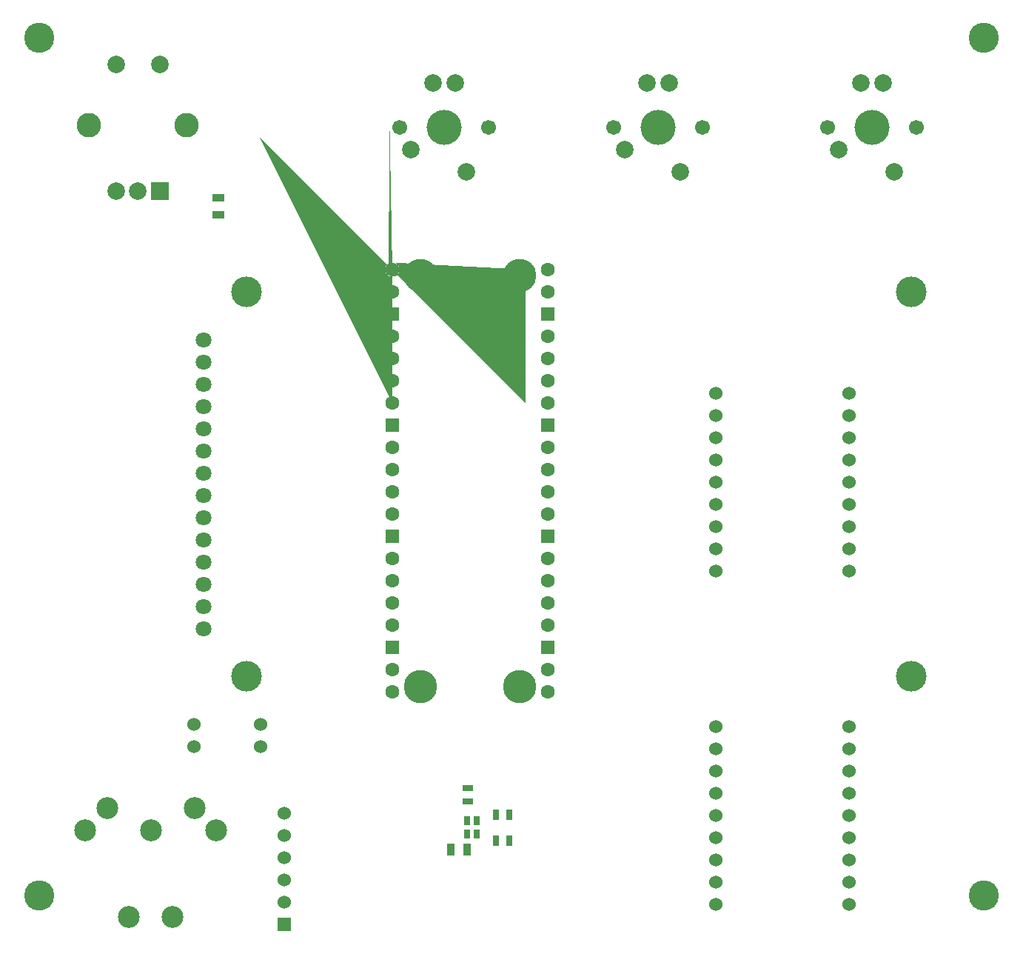
<source format=gbs>
G04 #@! TF.GenerationSoftware,KiCad,Pcbnew,6.0.2+dfsg-1*
G04 #@! TF.CreationDate,2023-02-09T12:02:37+01:00*
G04 #@! TF.ProjectId,proto_cmod,70726f74-6f5f-4636-9d6f-642e6b696361,rev?*
G04 #@! TF.SameCoordinates,Original*
G04 #@! TF.FileFunction,Soldermask,Bot*
G04 #@! TF.FilePolarity,Negative*
%FSLAX46Y46*%
G04 Gerber Fmt 4.6, Leading zero omitted, Abs format (unit mm)*
G04 Created by KiCad (PCBNEW 6.0.2+dfsg-1) date 2023-02-09 12:02:37*
%MOMM*%
%LPD*%
G01*
G04 APERTURE LIST*
G04 Aperture macros list*
%AMRoundRect*
0 Rectangle with rounded corners*
0 $1 Rounding radius*
0 $2 $3 $4 $5 $6 $7 $8 $9 X,Y pos of 4 corners*
0 Add a 4 corners polygon primitive as box body*
4,1,4,$2,$3,$4,$5,$6,$7,$8,$9,$2,$3,0*
0 Add four circle primitives for the rounded corners*
1,1,$1+$1,$2,$3*
1,1,$1+$1,$4,$5*
1,1,$1+$1,$6,$7*
1,1,$1+$1,$8,$9*
0 Add four rect primitives between the rounded corners*
20,1,$1+$1,$2,$3,$4,$5,0*
20,1,$1+$1,$4,$5,$6,$7,0*
20,1,$1+$1,$6,$7,$8,$9,0*
20,1,$1+$1,$8,$9,$2,$3,0*%
%AMFreePoly0*
4,1,57,0.281438,0.792513,0.314631,0.788760,0.324366,0.782642,0.335575,0.780064,0.361670,0.759195,0.389950,0.741421,0.741668,0.389704,0.759398,0.361385,0.780215,0.335261,0.782772,0.324050,0.788875,0.314303,0.792571,0.281098,0.800000,0.248529,0.800000,-0.248878,0.792513,-0.281438,0.788760,-0.314632,0.782641,-0.324367,0.780064,-0.335575,0.759196,-0.361669,0.741421,-0.389950,
0.389704,-0.741668,0.361385,-0.759398,0.335261,-0.780215,0.324050,-0.782772,0.314303,-0.788875,0.281098,-0.792571,0.248529,-0.800000,-0.248878,-0.800000,-0.281438,-0.792513,-0.314632,-0.788760,-0.324367,-0.782641,-0.335575,-0.780064,-0.361669,-0.759196,-0.389950,-0.741421,-0.741668,-0.389704,-0.759398,-0.361385,-0.780215,-0.335261,-0.782772,-0.324050,-0.788875,-0.314303,-0.792571,-0.281098,
-0.800000,-0.248529,-0.800000,0.248878,-0.792513,0.281438,-0.788760,0.314631,-0.782642,0.324366,-0.780064,0.335575,-0.759195,0.361670,-0.741421,0.389950,-0.389704,0.741668,-0.361385,0.759398,-0.335261,0.780215,-0.324050,0.782772,-0.314303,0.788875,-0.281098,0.792571,-0.248529,0.800000,0.248878,0.800000,0.281438,0.792513,0.281438,0.792513,$1*%
G04 Aperture macros list end*
%ADD10C,3.800000*%
%ADD11C,1.600000*%
%ADD12FreePoly0,0.000000*%
%ADD13RoundRect,0.200000X-0.600000X-0.600000X0.600000X-0.600000X0.600000X0.600000X-0.600000X0.600000X0*%
%ADD14C,3.450000*%
%ADD15C,2.500000*%
%ADD16C,1.524000*%
%ADD17R,1.524000X1.524000*%
%ADD18C,1.701800*%
%ADD19C,4.000000*%
%ADD20C,2.000000*%
%ADD21C,3.500000*%
%ADD22C,1.800000*%
%ADD23R,2.000000X2.000000*%
%ADD24C,2.800000*%
%ADD25R,1.143000X0.635000*%
%ADD26R,0.889000X1.397000*%
%ADD27R,0.635000X1.143000*%
%ADD28R,1.397000X0.889000*%
%ADD29R,0.800000X1.000000*%
G04 APERTURE END LIST*
D10*
G04 #@! TO.C,A101*
X146950000Y-64130000D03*
X135550000Y-111130000D03*
X146950000Y-111130000D03*
X135550000Y-64130000D03*
D11*
X132360000Y-63500000D03*
D12*
X132360000Y-63500000D03*
D11*
X132360000Y-66040000D03*
D13*
X132360000Y-68580000D03*
D11*
X132360000Y-71120000D03*
X132360000Y-73660000D03*
X132360000Y-76200000D03*
X132360000Y-78740000D03*
D13*
X132360000Y-81280000D03*
D11*
X132360000Y-83820000D03*
X132360000Y-86360000D03*
X132360000Y-88900000D03*
X132360000Y-91440000D03*
D13*
X132360000Y-93980000D03*
D11*
X132360000Y-96520000D03*
X132360000Y-99060000D03*
X132360000Y-101600000D03*
X132360000Y-104140000D03*
D13*
X132360000Y-106680000D03*
D11*
X132360000Y-109220000D03*
X132360000Y-111760000D03*
X150140000Y-111760000D03*
X150140000Y-109220000D03*
D13*
X150140000Y-106680000D03*
D11*
X150140000Y-104140000D03*
X150140000Y-101600000D03*
X150140000Y-99060000D03*
X150140000Y-96520000D03*
D13*
X150140000Y-93980000D03*
D11*
X150140000Y-91440000D03*
X150140000Y-88900000D03*
X150140000Y-86360000D03*
X150140000Y-83820000D03*
D13*
X150140000Y-81280000D03*
D11*
X150140000Y-78740000D03*
X150140000Y-76200000D03*
X150140000Y-73660000D03*
X150140000Y-71120000D03*
D13*
X150140000Y-68580000D03*
D11*
X150140000Y-66040000D03*
X150140000Y-63500000D03*
G04 #@! TD*
D14*
G04 #@! TO.C,REF\u002A\u002A*
X92000000Y-37000000D03*
G04 #@! TD*
G04 #@! TO.C,REF\u002A\u002A*
X92000000Y-135000000D03*
G04 #@! TD*
D15*
G04 #@! TO.C,U103*
X97250000Y-127550000D03*
X104750000Y-127550000D03*
X112250000Y-127550000D03*
X99750000Y-125050000D03*
X109750000Y-125050000D03*
X102250000Y-137450000D03*
X107250000Y-137450000D03*
G04 #@! TD*
D14*
G04 #@! TO.C,REF\u002A\u002A*
X200000000Y-37000000D03*
G04 #@! TD*
D16*
G04 #@! TO.C,U104*
X109690000Y-115480000D03*
X109690000Y-118020000D03*
X117310000Y-118020000D03*
X117310000Y-115480000D03*
G04 #@! TD*
D17*
G04 #@! TO.C,U102*
X120000000Y-138350000D03*
D16*
X120000000Y-135810000D03*
X120000000Y-133270000D03*
X120000000Y-130730000D03*
X120000000Y-128190000D03*
X120000000Y-125650000D03*
G04 #@! TD*
D14*
G04 #@! TO.C,REF\u002A\u002A*
X200000000Y-135000000D03*
G04 #@! TD*
D16*
G04 #@! TO.C,U101*
X169380000Y-77640000D03*
X169380000Y-80180000D03*
X169380000Y-82720000D03*
X169380000Y-85260000D03*
X169380000Y-87800000D03*
X169380000Y-90340000D03*
X169380000Y-92880000D03*
X169380000Y-95420000D03*
X169380000Y-97960000D03*
X169380000Y-115740000D03*
X169380000Y-118280000D03*
X169380000Y-120820000D03*
X169380000Y-123360000D03*
X169380000Y-125900000D03*
X169380000Y-128440000D03*
X169380000Y-130980000D03*
X169380000Y-133520000D03*
X169380000Y-136060000D03*
X184620000Y-136060000D03*
X184620000Y-133520000D03*
X184620000Y-130980000D03*
X184620000Y-128440000D03*
X184620000Y-125900000D03*
X184620000Y-123360000D03*
X184620000Y-120820000D03*
X184620000Y-118280000D03*
X184620000Y-115740000D03*
X184620000Y-97960000D03*
X184620000Y-95420000D03*
X184620000Y-92880000D03*
X184620000Y-90340000D03*
X184620000Y-87800000D03*
X184620000Y-85260000D03*
X184620000Y-82720000D03*
X184620000Y-80180000D03*
X184620000Y-77640000D03*
G04 #@! TD*
D18*
G04 #@! TO.C,S102*
X167830000Y-47250000D03*
D19*
X162750000Y-47250000D03*
D18*
X157670000Y-47250000D03*
D20*
X158940000Y-49790000D03*
X165290000Y-52330000D03*
X161480000Y-42170000D03*
X164020000Y-42170000D03*
G04 #@! TD*
D21*
G04 #@! TO.C,J101*
X191750000Y-66000000D03*
X191750000Y-110000000D03*
X115670000Y-66000000D03*
X115670000Y-110000000D03*
D22*
X110750000Y-104510000D03*
X110750000Y-101970000D03*
X110750000Y-99430000D03*
X110750000Y-96890000D03*
X110750000Y-94350000D03*
X110750000Y-91810000D03*
X110750000Y-89270000D03*
X110750000Y-86730000D03*
X110750000Y-84190000D03*
X110750000Y-81650000D03*
X110750000Y-79110000D03*
X110750000Y-76570000D03*
X110750000Y-74030000D03*
X110750000Y-71490000D03*
G04 #@! TD*
D23*
G04 #@! TO.C,SW101*
X105750000Y-54500000D03*
D20*
X100750000Y-54500000D03*
X103250000Y-54500000D03*
D24*
X108850000Y-47000000D03*
X97650000Y-47000000D03*
D20*
X105750000Y-40000000D03*
X100750000Y-40000000D03*
G04 #@! TD*
D25*
G04 #@! TO.C,R106*
X141000000Y-122738000D03*
X141000000Y-124262000D03*
G04 #@! TD*
D26*
G04 #@! TO.C,C102*
X139047500Y-129750000D03*
X140952500Y-129750000D03*
G04 #@! TD*
D27*
G04 #@! TO.C,R109*
X145762000Y-125750000D03*
X144238000Y-125750000D03*
G04 #@! TD*
D19*
G04 #@! TO.C,S108*
X138250000Y-47250000D03*
D18*
X133170000Y-47250000D03*
X143330000Y-47250000D03*
D20*
X134440000Y-49790000D03*
X140790000Y-52330000D03*
X136980000Y-42170000D03*
X139520000Y-42170000D03*
G04 #@! TD*
D27*
G04 #@! TO.C,R110*
X145762000Y-128750000D03*
X144238000Y-128750000D03*
G04 #@! TD*
D18*
G04 #@! TO.C,S103*
X192330000Y-47250000D03*
D19*
X187250000Y-47250000D03*
D18*
X182170000Y-47250000D03*
D20*
X183440000Y-49790000D03*
X189790000Y-52330000D03*
X185980000Y-42170000D03*
X188520000Y-42170000D03*
G04 #@! TD*
D28*
G04 #@! TO.C,C103*
X112500000Y-55297500D03*
X112500000Y-57202500D03*
G04 #@! TD*
D29*
G04 #@! TO.C,L101*
X140950000Y-128000000D03*
X142050000Y-128000000D03*
X142050000Y-126500000D03*
X140950000Y-126500000D03*
G04 #@! TD*
M02*

</source>
